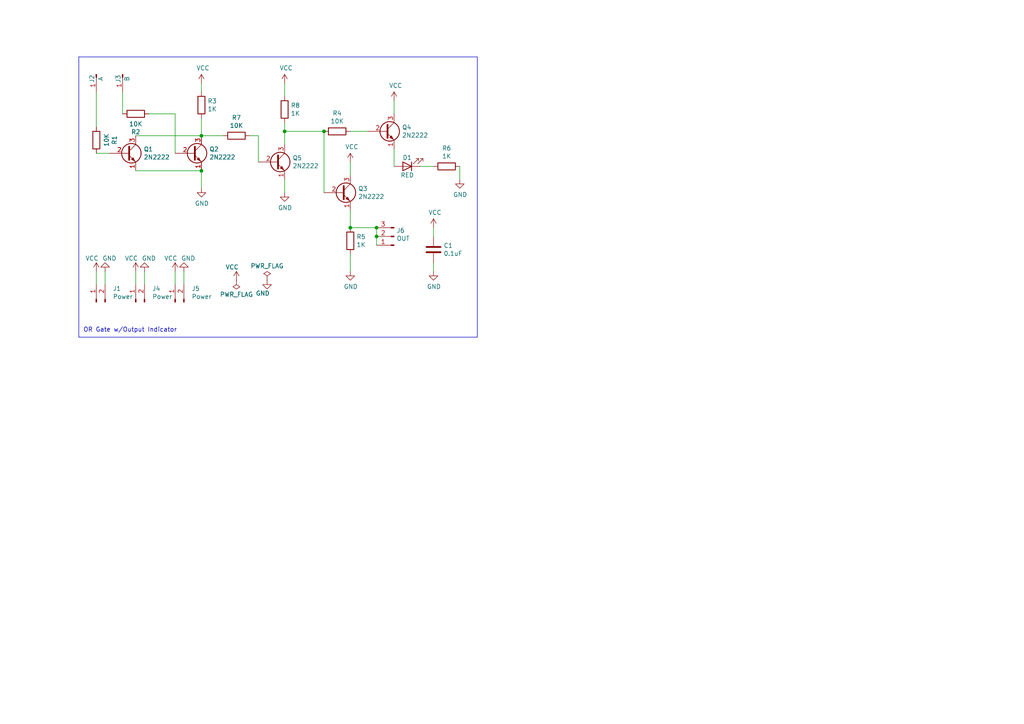
<source format=kicad_sch>
(kicad_sch (version 20230121) (generator eeschema)
  (paper "A4")
  (title_block (title "OR Gate") (date "2020-03-05") (rev "2"))
  (lib_symbols
    (symbol "2n2222:2N2222" (pin_names (offset 0) hide)
      (property "Reference" "Q" (at 5.08 1.905 0))
      (property "Value" "2N2222" (at 5.08 0 0))
      (symbol "2N2222_0_1"
        (polyline (pts (xy 0.635 0.635) (xy 2.54 2.54)))
        (polyline (pts (xy 0.635 -0.635) (xy 2.54 -2.54) (xy 2.54 -2.54)))
        (polyline (pts (xy 0.635 1.905) (xy 0.635 -1.905) (xy 0.635 -1.905)) (stroke (width 0.508)))
        (polyline (pts (xy 1.27 -1.778) (xy 1.778 -1.27) (xy 2.286 -2.286) (xy 1.27 -1.778) (xy 1.27 -1.778)) (fill (type outline)))
        (circle (center 1.27 0) (radius 2.8194) (stroke (width 0.254)))
      )
      (symbol "2N2222_1_1"
        (pin passive line (at 2.54 -5.08 90) (length 2.54) (name "E") (number "1"))
        (pin passive line (at -5.08 0 0) (length 5.715) (name "B") (number "2"))
        (pin passive line (at 2.54 5.08 270) (length 2.54) (name "C") (number "3"))
      )
    )
    (symbol "Connector:Conn_01x01_Pin" (pin_names (offset 1.016) hide)
      (property "Reference" "J" (at 0 2.54 0))
      (property "Value" "Conn_01x01_Pin" (at 0 -2.54 0))
      (symbol "Conn_01x01_Pin_1_1"
        (polyline (pts (xy 1.27 0) (xy 0.8636 0)) (stroke (width 0.1524)))
        (rectangle (start 0.8636 0.127) (end 0 -0.127) (stroke (width 0.1524)) (fill (type outline)))
        (pin passive line (at 5.08 0 180) (length 3.81) (name "Pin_1") (number "1"))
      )
    )
    (symbol "Connector:Conn_01x02_Pin" (pin_names (offset 1.016) hide)
      (property "Reference" "J" (at 0 2.54 0))
      (property "Value" "Conn_01x02_Pin" (at 0 -5.08 0))
      (symbol "Conn_01x02_Pin_1_1"
        (polyline (pts (xy 1.27 -2.54) (xy 0.8636 -2.54)) (stroke (width 0.1524)))
        (polyline (pts (xy 1.27 0) (xy 0.8636 0)) (stroke (width 0.1524)))
        (rectangle (start 0.8636 -2.413) (end 0 -2.667) (stroke (width 0.1524)) (fill (type outline)))
        (rectangle (start 0.8636 0.127) (end 0 -0.127) (stroke (width 0.1524)) (fill (type outline)))
        (pin passive line (at 5.08 0 180) (length 3.81) (name "Pin_1") (number "1"))
        (pin passive line (at 5.08 -2.54 180) (length 3.81) (name "Pin_2") (number "2"))
      )
    )
    (symbol "Connector:Conn_01x03_Pin" (pin_names (offset 1.016) hide)
      (property "Reference" "J" (at 0 5.08 0))
      (property "Value" "Conn_01x03_Pin" (at 0 -5.08 0))
      (symbol "Conn_01x03_Pin_1_1"
        (polyline (pts (xy 1.27 -2.54) (xy 0.8636 -2.54)) (stroke (width 0.1524)))
        (polyline (pts (xy 1.27 0) (xy 0.8636 0)) (stroke (width 0.1524)))
        (polyline (pts (xy 1.27 2.54) (xy 0.8636 2.54)) (stroke (width 0.1524)))
        (rectangle (start 0.8636 -2.413) (end 0 -2.667) (stroke (width 0.1524)) (fill (type outline)))
        (rectangle (start 0.8636 0.127) (end 0 -0.127) (stroke (width 0.1524)) (fill (type outline)))
        (rectangle (start 0.8636 2.667) (end 0 2.413) (stroke (width 0.1524)) (fill (type outline)))
        (pin passive line (at 5.08 2.54 180) (length 3.81) (name "Pin_1") (number "1"))
        (pin passive line (at 5.08 0 180) (length 3.81) (name "Pin_2") (number "2"))
        (pin passive line (at 5.08 -2.54 180) (length 3.81) (name "Pin_3") (number "3"))
      )
    )
    (symbol "Device:C" (pin_numbers hide) (pin_names (offset 0.254))
      (property "Reference" "C" (at 0.635 2.54 0))
      (property "Value" "C" (at 0.635 -2.54 0))
      (symbol "C_0_1"
        (polyline (pts (xy -2.032 -0.762) (xy 2.032 -0.762)) (stroke (width 0.508)))
        (polyline (pts (xy -2.032 0.762) (xy 2.032 0.762)) (stroke (width 0.508)))
      )
      (symbol "C_1_1"
        (pin passive line (at 0 3.81 270) (length 2.794) (name "~") (number "1"))
        (pin passive line (at 0 -3.81 90) (length 2.794) (name "~") (number "2"))
      )
    )
    (symbol "Device:LED" (pin_numbers hide) (pin_names (offset 1.016) hide)
      (property "Reference" "D" (at 0 2.54 0))
      (property "Value" "LED" (at 0 -2.54 0))
      (symbol "LED_0_1"
        (polyline (pts (xy -1.27 -1.27) (xy -1.27 1.27)) (stroke (width 0.254)))
        (polyline (pts (xy -1.27 0) (xy 1.27 0)))
        (polyline (pts (xy 1.27 -1.27) (xy 1.27 1.27) (xy -1.27 0) (xy 1.27 -1.27)) (stroke (width 0.254)))
        (polyline (pts (xy -3.048 -0.762) (xy -4.572 -2.286) (xy -3.81 -2.286) (xy -4.572 -2.286) (xy -4.572 -1.524)))
        (polyline (pts (xy -1.778 -0.762) (xy -3.302 -2.286) (xy -2.54 -2.286) (xy -3.302 -2.286) (xy -3.302 -1.524)))
      )
      (symbol "LED_1_1"
        (pin passive line (at -3.81 0 0) (length 2.54) (name "K") (number "1"))
        (pin passive line (at 3.81 0 180) (length 2.54) (name "A") (number "2"))
      )
    )
    (symbol "Device:R" (pin_numbers hide) (pin_names (offset 0))
      (property "Reference" "R" (at 2.032 0 90))
      (property "Value" "R" (at 0 0 90))
      (symbol "R_0_1"
        (rectangle (start -1.016 -2.54) (end 1.016 2.54) (stroke (width 0.254)))
      )
      (symbol "R_1_1"
        (pin passive line (at 0 3.81 270) (length 1.27) (name "~") (number "1"))
        (pin passive line (at 0 -3.81 90) (length 1.27) (name "~") (number "2"))
      )
    )
    (symbol "power:GND" (power) (pin_names (offset 0))
      (property "Value" "GND" (at 0 -3.81 0))
      (symbol "GND_0_1"
        (polyline (pts (xy 0 0) (xy 0 -1.27) (xy 1.27 -1.27) (xy 0 -2.54) (xy -1.27 -1.27) (xy 0 -1.27)))
      )
      (symbol "GND_1_1"
        (pin power_in line (at 0 0 270) (length 0) hide (name "GND") (number "1"))
      )
    )
    (symbol "power:PWR_FLAG" (power) (pin_numbers hide) (pin_names (offset 0) hide)
      (property "Value" "PWR_FLAG" (at 0 3.81 0))
      (symbol "PWR_FLAG_0_0"
        (pin power_out line (at 0 0 90) (length 0) (name "pwr") (number "1"))
      )
      (symbol "PWR_FLAG_0_1"
        (polyline (pts (xy 0 0) (xy 0 1.27) (xy -1.016 1.905) (xy 0 2.54) (xy 1.016 1.905) (xy 0 1.27)))
      )
    )
    (symbol "power:VCC" (power) (pin_names (offset 0))
      (property "Value" "VCC" (at 0 3.81 0))
      (symbol "VCC_0_1"
        (polyline (pts (xy -0.762 1.27) (xy 0 2.54)))
        (polyline (pts (xy 0 0) (xy 0 2.54)))
        (polyline (pts (xy 0 2.54) (xy 0.762 1.27)))
      )
      (symbol "VCC_1_1"
        (pin power_in line (at 0 0 90) (length 0) hide (name "VCC") (number "1"))
      )
    )
  )
  (junction (at 82.55 38.1))
  (junction (at 58.42 49.53))
  (junction (at 58.42 39.37))
  (junction (at 101.6 66.04))
  (junction (at 109.22 66.04))
  (junction (at 109.22 68.58))
  (junction (at 93.98 38.1))
  (wire (pts (xy 27.94 82.55) (xy 27.94 78.74)))
  (wire (pts (xy 93.98 38.1) (xy 82.55 38.1)))
  (wire (pts (xy 93.98 38.1) (xy 93.98 55.88)))
  (wire (pts (xy 58.42 49.53) (xy 58.42 54.61)))
  (wire (pts (xy 27.94 26.67) (xy 27.94 36.83)))
  (wire (pts (xy 125.73 66.04) (xy 125.73 68.58)))
  (wire (pts (xy 82.55 27.94) (xy 82.55 24.13)))
  (polyline (pts (xy 138.43 97.79) (xy 138.43 16.51)))
  (wire (pts (xy 53.34 82.55) (xy 53.34 78.74)))
  (wire (pts (xy 101.6 50.8) (xy 101.6 46.99)))
  (wire (pts (xy 114.3 33.02) (xy 114.3 29.21)))
  (wire (pts (xy 72.39 39.37) (xy 74.93 39.37)))
  (wire (pts (xy 39.37 78.74) (xy 39.37 82.55)))
  (wire (pts (xy 109.22 66.04) (xy 109.22 68.58)))
  (wire (pts (xy 39.37 49.53) (xy 58.42 49.53)))
  (wire (pts (xy 125.73 76.2) (xy 125.73 78.74)))
  (polyline (pts (xy 22.86 97.79) (xy 138.43 97.79)))
  (wire (pts (xy 82.55 55.88) (xy 82.55 52.07)))
  (wire (pts (xy 58.42 39.37) (xy 64.77 39.37)))
  (wire (pts (xy 101.6 66.04) (xy 109.22 66.04)))
  (wire (pts (xy 101.6 38.1) (xy 106.68 38.1)))
  (wire (pts (xy 58.42 34.29) (xy 58.42 39.37)))
  (wire (pts (xy 114.3 43.18) (xy 114.3 48.26)))
  (wire (pts (xy 82.55 41.91) (xy 82.55 38.1)))
  (wire (pts (xy 35.56 26.67) (xy 35.56 33.02)))
  (wire (pts (xy 74.93 39.37) (xy 74.93 46.99)))
  (wire (pts (xy 30.48 82.55) (xy 30.48 78.74)))
  (wire (pts (xy 101.6 66.04) (xy 101.6 60.96)))
  (wire (pts (xy 41.91 82.55) (xy 41.91 78.74)))
  (wire (pts (xy 82.55 38.1) (xy 82.55 35.56)))
  (wire (pts (xy 27.94 44.45) (xy 31.75 44.45)))
  (wire (pts (xy 43.18 33.02) (xy 50.8 33.02)))
  (polyline (pts (xy 22.86 16.51) (xy 22.86 97.79)))
  (wire (pts (xy 58.42 24.13) (xy 58.42 26.67)))
  (wire (pts (xy 133.35 48.26) (xy 133.35 52.07)))
  (polyline (pts (xy 22.86 16.51) (xy 138.43 16.51)))
  (wire (pts (xy 39.37 39.37) (xy 58.42 39.37)))
  (wire (pts (xy 121.92 48.26) (xy 125.73 48.26)))
  (wire (pts (xy 50.8 78.74) (xy 50.8 82.55)))
  (wire (pts (xy 50.8 33.02) (xy 50.8 44.45)))
  (wire (pts (xy 109.22 68.58) (xy 109.22 71.12)))
  (wire (pts (xy 101.6 78.74) (xy 101.6 73.66)))
  (text "OR Gate w/Output Indicator" (at 24.13 96.52 0) (effects (font (size 1.27 1.27)) (justify left bottom)))
  (symbol (lib_id "Connector:Conn_01x01_Pin") (at 27.94 21.59 270) (unit 1)
    (property "Reference" "J2" (at 26.67 22.86 0))
    (property "Value" "A" (at 29.21 22.86 0))
    (property "Footprint" "Connector_PinHeader_2.54mm:PinHeader_1x01_P2.54mm_Vertical" (effects hide))
  )
  (symbol (lib_id "Connector:Conn_01x01_Pin") (at 35.56 21.59 270) (unit 1)
    (property "Reference" "J3" (at 34.29 22.86 0))
    (property "Value" "B" (at 36.83 22.86 0))
    (property "Footprint" "Connector_PinHeader_2.54mm:PinHeader_1x01_P2.54mm_Vertical" (effects hide))
  )
  (symbol (lib_id "Device:R") (at 27.94 40.64 180) (unit 1)
    (property "Reference" "R1" (at 33.1978 40.64 90))
    (property "Value" "10K" (at 30.8864 40.64 90))
    (property "Footprint" "Resistor_THT:R_Axial_DIN0309_L9.0mm_D3.2mm_P12.70mm_Horizontal" (effects hide))
  )
  (symbol (lib_id "Device:R") (at 39.37 33.02 90) (unit 1)
    (property "Reference" "R2" (at 39.37 38.2778 90))
    (property "Value" "10K" (at 39.37 35.9664 90))
    (property "Footprint" "Resistor_THT:R_Axial_DIN0309_L9.0mm_D3.2mm_P12.70mm_Horizontal" (effects hide))
  )
  (symbol (lib_id "2n2222:2N2222") (at 36.83 44.45 0) (unit 1)
    (property "Reference" "Q1" (at 41.656 43.2816 0) (effects (justify left)))
    (property "Value" "2N2222" (at 41.656 45.593 0) (effects (justify left)))
    (property "Footprint" "Package_TO_SOT_THT:TO-92_Inline" (effects hide))
    (property "Datasheet" "https://www.fairchildsemi.com/datasheets/2N/2N3904.pdf" (effects hide))
  )
  (symbol (lib_id "power:VCC") (at 125.73 66.04 0) (unit 1)
    (property "Reference" "#PWR01" (effects hide))
    (property "Value" "VCC" (at 126.1618 61.6458 0))
  )
  (symbol (lib_id "2n2222:2N2222") (at 55.88 44.45 0) (unit 1)
    (property "Reference" "Q2" (at 60.706 43.2816 0) (effects (justify left)))
    (property "Value" "2N2222" (at 60.706 45.593 0) (effects (justify left)))
    (property "Footprint" "Package_TO_SOT_THT:TO-92_Inline" (effects hide))
    (property "Datasheet" "https://www.fairchildsemi.com/datasheets/2N/2N3904.pdf" (effects hide))
  )
  (symbol (lib_id "power:GND") (at 58.42 54.61 0) (unit 1)
    (property "Reference" "#PWR0101" (effects hide))
    (property "Value" "GND" (at 58.547 59.0042 0))
  )
  (symbol (lib_id "power:VCC") (at 58.42 24.13 0) (unit 1)
    (property "Reference" "#PWR0102" (effects hide))
    (property "Value" "VCC" (at 58.8518 19.7358 0))
  )
  (symbol (lib_id "Device:C") (at 125.73 72.39 0) (unit 1)
    (property "Reference" "C1" (at 128.651 71.2216 0) (effects (justify left)))
    (property "Value" "0.1uF" (at 128.651 73.533 0) (effects (justify left)))
    (property "Footprint" "Capacitor_THT:C_Disc_D4.3mm_W1.9mm_P5.00mm" (effects hide))
  )
  (symbol (lib_id "power:GND") (at 125.73 78.74 0) (unit 1)
    (property "Reference" "#PWR02" (effects hide))
    (property "Value" "GND" (at 125.857 83.1342 0))
  )
  (symbol (lib_id "Device:R") (at 58.42 30.48 0) (unit 1)
    (property "Reference" "R3" (at 60.198 29.3116 0) (effects (justify left)))
    (property "Value" "1K" (at 60.198 31.623 0) (effects (justify left)))
    (property "Footprint" "Resistor_THT:R_Axial_DIN0309_L9.0mm_D3.2mm_P12.70mm_Horizontal" (effects hide))
  )
  (symbol (lib_id "Device:R") (at 97.79 38.1 270) (unit 1)
    (property "Reference" "R4" (at 97.79 32.8422 90))
    (property "Value" "10K" (at 97.79 35.1536 90))
    (property "Footprint" "Resistor_THT:R_Axial_DIN0309_L9.0mm_D3.2mm_P12.70mm_Horizontal" (effects hide))
  )
  (symbol (lib_id "2n2222:2N2222") (at 111.76 38.1 0) (unit 1)
    (property "Reference" "Q4" (at 116.586 36.9316 0) (effects (justify left)))
    (property "Value" "2N2222" (at 116.586 39.243 0) (effects (justify left)))
    (property "Footprint" "Package_TO_SOT_THT:TO-92_Inline" (effects hide))
    (property "Datasheet" "https://www.fairchildsemi.com/datasheets/2N/2N3904.pdf" (effects hide))
  )
  (symbol (lib_id "power:VCC") (at 114.3 29.21 0) (unit 1)
    (property "Reference" "#PWR0103" (effects hide))
    (property "Value" "VCC" (at 114.7318 24.8158 0))
  )
  (symbol (lib_id "Device:LED") (at 118.11 48.26 180) (unit 1)
    (property "Reference" "D1" (at 118.11 45.72 0))
    (property "Value" "RED" (at 118.11 50.8 0))
    (property "Footprint" "LED_THT:LED_D5.0mm" (effects hide))
  )
  (symbol (lib_id "Device:R") (at 129.54 48.26 270) (unit 1)
    (property "Reference" "R6" (at 129.54 43.0022 90))
    (property "Value" "1K" (at 129.54 45.3136 90))
    (property "Footprint" "Resistor_THT:R_Axial_DIN0309_L9.0mm_D3.2mm_P12.70mm_Horizontal" (effects hide))
  )
  (symbol (lib_id "power:GND") (at 133.35 52.07 0) (unit 1)
    (property "Reference" "#PWR0104" (effects hide))
    (property "Value" "GND" (at 133.477 56.4642 0))
  )
  (symbol (lib_id "2n2222:2N2222") (at 99.06 55.88 0) (unit 1)
    (property "Reference" "Q3" (at 103.886 54.7116 0) (effects (justify left)))
    (property "Value" "2N2222" (at 103.886 57.023 0) (effects (justify left)))
    (property "Footprint" "Package_TO_SOT_THT:TO-92_Inline" (effects hide))
    (property "Datasheet" "https://www.fairchildsemi.com/datasheets/2N/2N3904.pdf" (effects hide))
  )
  (symbol (lib_id "power:VCC") (at 101.6 46.99 0) (unit 1)
    (property "Reference" "#PWR0105" (effects hide))
    (property "Value" "VCC" (at 102.0318 42.5958 0))
  )
  (symbol (lib_id "Device:R") (at 101.6 69.85 0) (unit 1)
    (property "Reference" "R5" (at 103.378 68.6816 0) (effects (justify left)))
    (property "Value" "1K" (at 103.378 70.993 0) (effects (justify left)))
    (property "Footprint" "Resistor_THT:R_Axial_DIN0309_L9.0mm_D3.2mm_P12.70mm_Horizontal" (effects hide))
  )
  (symbol (lib_id "power:GND") (at 101.6 78.74 0) (unit 1)
    (property "Reference" "#PWR0106" (effects hide))
    (property "Value" "GND" (at 101.727 83.1342 0))
  )
  (symbol (lib_id "Connector:Conn_01x03_Pin") (at 114.3 68.58 180) (unit 1)
    (property "Reference" "J6" (at 115.0112 66.8528 0) (effects (justify right)))
    (property "Value" "OUT" (at 115.0112 69.1642 0) (effects (justify right)))
    (property "Footprint" "Connector_PinHeader_2.54mm:PinHeader_1x03_P2.54mm_Vertical" (effects hide))
  )
  (symbol (lib_id "Connector:Conn_01x02_Pin") (at 27.94 87.63 90) (unit 1)
    (property "Reference" "J1" (at 32.7152 83.7184 90) (effects (justify right)))
    (property "Value" "Power" (at 32.7152 86.0298 90) (effects (justify right)))
    (property "Footprint" "Connector_PinHeader_2.54mm:PinHeader_1x02_P2.54mm_Vertical" (effects hide))
  )
  (symbol (lib_id "Connector:Conn_01x02_Pin") (at 39.37 87.63 90) (unit 1)
    (property "Reference" "J4" (at 44.1452 83.7184 90) (effects (justify right)))
    (property "Value" "Power" (at 44.1452 86.0298 90) (effects (justify right)))
    (property "Footprint" "Connector_PinHeader_2.54mm:PinHeader_1x02_P2.54mm_Vertical" (effects hide))
  )
  (symbol (lib_id "Connector:Conn_01x02_Pin") (at 50.8 87.63 90) (unit 1)
    (property "Reference" "J5" (at 55.5752 83.7184 90) (effects (justify right)))
    (property "Value" "Power" (at 55.5752 86.0298 90) (effects (justify right)))
    (property "Footprint" "Connector_PinHeader_2.54mm:PinHeader_1x02_P2.54mm_Vertical" (effects hide))
  )
  (symbol (lib_id "power:GND") (at 30.48 78.74 180) (unit 1)
    (property "Reference" "#PWR0107" (effects hide))
    (property "Value" "GND" (at 31.75 74.93 0))
  )
  (symbol (lib_id "power:GND") (at 41.91 78.74 180) (unit 1)
    (property "Reference" "#PWR0108" (effects hide))
    (property "Value" "GND" (at 43.18 74.93 0))
  )
  (symbol (lib_id "power:GND") (at 53.34 78.74 180) (unit 1)
    (property "Reference" "#PWR0109" (effects hide))
    (property "Value" "GND" (at 54.61 74.93 0))
  )
  (symbol (lib_id "power:VCC") (at 50.8 78.74 0) (unit 1)
    (property "Reference" "#PWR0110" (effects hide))
    (property "Value" "VCC" (at 49.53 74.93 0))
  )
  (symbol (lib_id "power:VCC") (at 39.37 78.74 0) (unit 1)
    (property "Reference" "#PWR0111" (effects hide))
    (property "Value" "VCC" (at 38.1 74.93 0))
  )
  (symbol (lib_id "power:VCC") (at 27.94 78.74 0) (unit 1)
    (property "Reference" "#PWR0112" (effects hide))
    (property "Value" "VCC" (at 26.67 74.93 0))
  )
  (symbol (lib_id "2n2222:2N2222") (at 80.01 46.99 0) (unit 1)
    (property "Reference" "Q5" (at 84.836 45.8216 0) (effects (justify left)))
    (property "Value" "2N2222" (at 84.836 48.133 0) (effects (justify left)))
    (property "Footprint" "Package_TO_SOT_THT:TO-92_Inline" (effects hide))
    (property "Datasheet" "https://www.fairchildsemi.com/datasheets/2N/2N3904.pdf" (effects hide))
  )
  (symbol (lib_id "Device:R") (at 82.55 31.75 0) (unit 1)
    (property "Reference" "R8" (at 84.328 30.5816 0) (effects (justify left)))
    (property "Value" "1K" (at 84.328 32.893 0) (effects (justify left)))
    (property "Footprint" "Resistor_THT:R_Axial_DIN0309_L9.0mm_D3.2mm_P12.70mm_Horizontal" (effects hide))
  )
  (symbol (lib_id "power:VCC") (at 82.55 24.13 0) (unit 1)
    (property "Reference" "#PWR03" (effects hide))
    (property "Value" "VCC" (at 82.9818 19.7358 0))
  )
  (symbol (lib_id "power:GND") (at 82.55 55.88 0) (unit 1)
    (property "Reference" "#PWR04" (effects hide))
    (property "Value" "GND" (at 82.677 60.2742 0))
  )
  (symbol (lib_id "Device:R") (at 68.58 39.37 270) (unit 1)
    (property "Reference" "R7" (at 68.58 34.1122 90))
    (property "Value" "10K" (at 68.58 36.4236 90))
    (property "Footprint" "Resistor_THT:R_Axial_DIN0309_L9.0mm_D3.2mm_P12.70mm_Horizontal" (effects hide))
  )
  (symbol (lib_id "power:PWR_FLAG") (at 77.47 81.28 0) (unit 1)
    (property "Reference" "#FLG02" (effects hide))
    (property "Value" "PWR_FLAG" (at 77.47 77.1469 0))
  )
  (symbol (lib_id "power:GND") (at 77.47 81.28 0) (unit 1)
    (property "Reference" "#PWR06" (effects hide))
    (property "Value" "GND" (at 76.2 85.09 0))
  )
  (symbol (lib_id "power:VCC") (at 68.58 81.28 0) (unit 1)
    (property "Reference" "#PWR05" (effects hide))
    (property "Value" "VCC" (at 67.31 77.47 0))
  )
  (symbol (lib_id "power:PWR_FLAG") (at 68.58 81.28 180) (unit 1)
    (property "Reference" "#FLG01" (effects hide))
    (property "Value" "PWR_FLAG" (at 68.58 85.4131 0))
  )
)
</source>
